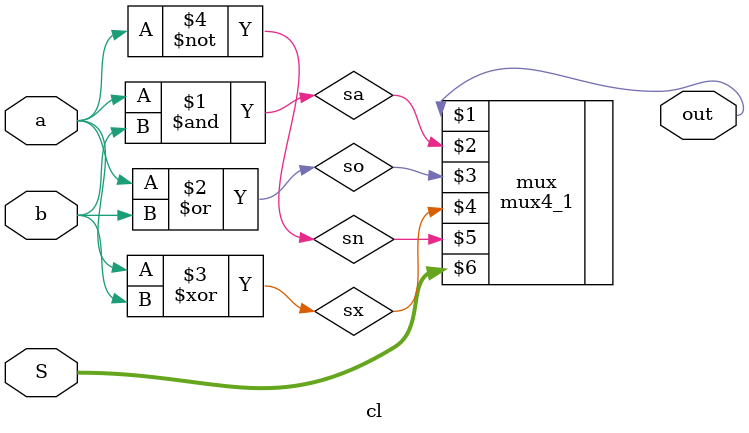
<source format=v>
module cl(output wire out, input wire a, b, input wire [1:0] S);
    wire sa, so, sx, sn;

    and and1(sa, a, b);
    or or1(so, a, b);
    xor xor1(sx, a, b);
    not not1(sn, a);
    mux4_1 mux(out, sa, so, sx, sn, S);

endmodule

</source>
